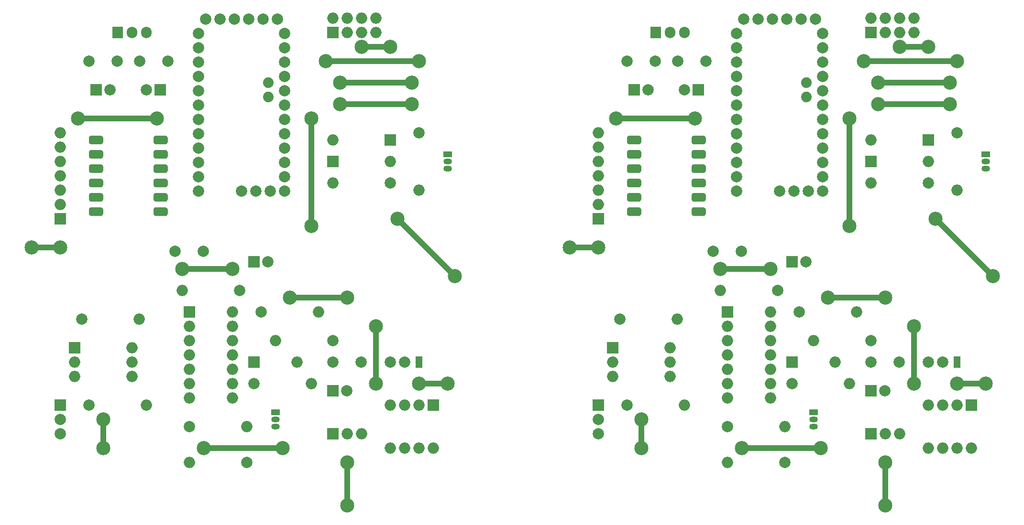
<source format=gbr>
%TF.GenerationSoftware,KiCad,Pcbnew,(5.1.6)-1*%
%TF.CreationDate,2020-08-25T11:29:02-06:00*%
%TF.ProjectId,Sensores,53656e73-6f72-4657-932e-6b696361645f,rev?*%
%TF.SameCoordinates,Original*%
%TF.FileFunction,Copper,L1,Top*%
%TF.FilePolarity,Positive*%
%FSLAX46Y46*%
G04 Gerber Fmt 4.6, Leading zero omitted, Abs format (unit mm)*
G04 Created by KiCad (PCBNEW (5.1.6)-1) date 2020-08-25 11:29:02*
%MOMM*%
%LPD*%
G01*
G04 APERTURE LIST*
%TA.AperFunction,ComponentPad*%
%ADD10O,1.905000X2.000000*%
%TD*%
%TA.AperFunction,ComponentPad*%
%ADD11R,1.905000X2.000000*%
%TD*%
%TA.AperFunction,ComponentPad*%
%ADD12R,2.000000X2.000000*%
%TD*%
%TA.AperFunction,ComponentPad*%
%ADD13C,2.000000*%
%TD*%
%TA.AperFunction,ComponentPad*%
%ADD14O,2.000000X2.000000*%
%TD*%
%TA.AperFunction,ComponentPad*%
%ADD15R,1.218000X2.000000*%
%TD*%
%TA.AperFunction,ComponentPad*%
%ADD16C,1.879600*%
%TD*%
%TA.AperFunction,ComponentPad*%
%ADD17R,1.500000X1.050000*%
%TD*%
%TA.AperFunction,ComponentPad*%
%ADD18O,1.500000X1.050000*%
%TD*%
%TA.AperFunction,ViaPad*%
%ADD19C,2.500000*%
%TD*%
%TA.AperFunction,Conductor*%
%ADD20C,1.000000*%
%TD*%
G04 APERTURE END LIST*
D10*
%TO.P,U4,3*%
%TO.N,N/C*%
X110490000Y-45720000D03*
%TO.P,U4,2*%
X107950000Y-45720000D03*
D11*
%TO.P,U4,1*%
X105410000Y-45720000D03*
%TD*%
D12*
%TO.P,RV3,1*%
%TO.N,N/C*%
X95250000Y-111760000D03*
D13*
%TO.P,RV3,2*%
X95250000Y-114300000D03*
%TO.P,RV3,3*%
X95250000Y-116840000D03*
%TD*%
D12*
%TO.P,U3,6*%
%TO.N,N/C*%
X97790000Y-101600000D03*
D14*
%TO.P,U3,3*%
X107950000Y-106680000D03*
%TO.P,U3,5*%
X97790000Y-104140000D03*
%TO.P,U3,2*%
X107950000Y-104140000D03*
%TO.P,U3,4*%
X97790000Y-106680000D03*
%TO.P,U3,1*%
X107950000Y-101600000D03*
%TD*%
D12*
%TO.P,U2,1*%
%TO.N,N/C*%
X161290000Y-111760000D03*
D14*
%TO.P,U2,5*%
X153670000Y-119380000D03*
%TO.P,U2,2*%
X158750000Y-111760000D03*
%TO.P,U2,6*%
X156210000Y-119380000D03*
%TO.P,U2,3*%
X156210000Y-111760000D03*
%TO.P,U2,7*%
X158750000Y-119380000D03*
%TO.P,U2,4*%
X153670000Y-111760000D03*
%TO.P,U2,8*%
X161290000Y-119380000D03*
%TD*%
%TO.P,U1,14*%
%TO.N,N/C*%
X125730000Y-95250000D03*
%TO.P,U1,7*%
X118110000Y-110490000D03*
%TO.P,U1,13*%
X125730000Y-97790000D03*
%TO.P,U1,6*%
X118110000Y-107950000D03*
%TO.P,U1,12*%
X125730000Y-100330000D03*
%TO.P,U1,5*%
X118110000Y-105410000D03*
%TO.P,U1,11*%
X125730000Y-102870000D03*
%TO.P,U1,4*%
X118110000Y-102870000D03*
%TO.P,U1,10*%
X125730000Y-105410000D03*
%TO.P,U1,3*%
X118110000Y-100330000D03*
%TO.P,U1,9*%
X125730000Y-107950000D03*
%TO.P,U1,2*%
X118110000Y-97790000D03*
%TO.P,U1,8*%
X125730000Y-110490000D03*
D12*
%TO.P,U1,1*%
X118110000Y-95250000D03*
%TD*%
D14*
%TO.P,R14,2*%
%TO.N,N/C*%
X140970000Y-95250000D03*
D13*
%TO.P,R14,1*%
X130810000Y-95250000D03*
%TD*%
%TO.P,R11,1*%
%TO.N,N/C*%
X128270000Y-121920000D03*
D14*
%TO.P,R11,2*%
X118110000Y-121920000D03*
%TD*%
%TO.P,LVL1,12*%
%TO.N,N/C*%
%TA.AperFunction,ComponentPad*%
G36*
G01*
X102862000Y-77089000D02*
X102862000Y-77851000D01*
G75*
G02*
X102481000Y-78232000I-381000J0D01*
G01*
X100719000Y-78232000D01*
G75*
G02*
X100338000Y-77851000I0J381000D01*
G01*
X100338000Y-77089000D01*
G75*
G02*
X100719000Y-76708000I381000J0D01*
G01*
X102481000Y-76708000D01*
G75*
G02*
X102862000Y-77089000I0J-381000D01*
G01*
G37*
%TD.AperFunction*%
%TO.P,LVL1,11*%
%TA.AperFunction,ComponentPad*%
G36*
G01*
X102862000Y-74549000D02*
X102862000Y-75311000D01*
G75*
G02*
X102481000Y-75692000I-381000J0D01*
G01*
X100719000Y-75692000D01*
G75*
G02*
X100338000Y-75311000I0J381000D01*
G01*
X100338000Y-74549000D01*
G75*
G02*
X100719000Y-74168000I381000J0D01*
G01*
X102481000Y-74168000D01*
G75*
G02*
X102862000Y-74549000I0J-381000D01*
G01*
G37*
%TD.AperFunction*%
%TO.P,LVL1,10*%
%TA.AperFunction,ComponentPad*%
G36*
G01*
X102862000Y-72009000D02*
X102862000Y-72771000D01*
G75*
G02*
X102481000Y-73152000I-381000J0D01*
G01*
X100719000Y-73152000D01*
G75*
G02*
X100338000Y-72771000I0J381000D01*
G01*
X100338000Y-72009000D01*
G75*
G02*
X100719000Y-71628000I381000J0D01*
G01*
X102481000Y-71628000D01*
G75*
G02*
X102862000Y-72009000I0J-381000D01*
G01*
G37*
%TD.AperFunction*%
%TO.P,LVL1,9*%
%TA.AperFunction,ComponentPad*%
G36*
G01*
X102862000Y-69469000D02*
X102862000Y-70231000D01*
G75*
G02*
X102481000Y-70612000I-381000J0D01*
G01*
X100719000Y-70612000D01*
G75*
G02*
X100338000Y-70231000I0J381000D01*
G01*
X100338000Y-69469000D01*
G75*
G02*
X100719000Y-69088000I381000J0D01*
G01*
X102481000Y-69088000D01*
G75*
G02*
X102862000Y-69469000I0J-381000D01*
G01*
G37*
%TD.AperFunction*%
%TO.P,LVL1,8*%
%TA.AperFunction,ComponentPad*%
G36*
G01*
X102862000Y-66929000D02*
X102862000Y-67691000D01*
G75*
G02*
X102481000Y-68072000I-381000J0D01*
G01*
X100719000Y-68072000D01*
G75*
G02*
X100338000Y-67691000I0J381000D01*
G01*
X100338000Y-66929000D01*
G75*
G02*
X100719000Y-66548000I381000J0D01*
G01*
X102481000Y-66548000D01*
G75*
G02*
X102862000Y-66929000I0J-381000D01*
G01*
G37*
%TD.AperFunction*%
%TO.P,LVL1,7*%
%TA.AperFunction,ComponentPad*%
G36*
G01*
X102862000Y-64389000D02*
X102862000Y-65151000D01*
G75*
G02*
X102481000Y-65532000I-381000J0D01*
G01*
X100719000Y-65532000D01*
G75*
G02*
X100338000Y-65151000I0J381000D01*
G01*
X100338000Y-64389000D01*
G75*
G02*
X100719000Y-64008000I381000J0D01*
G01*
X102481000Y-64008000D01*
G75*
G02*
X102862000Y-64389000I0J-381000D01*
G01*
G37*
%TD.AperFunction*%
%TO.P,LVL1,6*%
%TA.AperFunction,ComponentPad*%
G36*
G01*
X114292000Y-64389000D02*
X114292000Y-65151000D01*
G75*
G02*
X113911000Y-65532000I-381000J0D01*
G01*
X112149000Y-65532000D01*
G75*
G02*
X111768000Y-65151000I0J381000D01*
G01*
X111768000Y-64389000D01*
G75*
G02*
X112149000Y-64008000I381000J0D01*
G01*
X113911000Y-64008000D01*
G75*
G02*
X114292000Y-64389000I0J-381000D01*
G01*
G37*
%TD.AperFunction*%
%TO.P,LVL1,5*%
%TA.AperFunction,ComponentPad*%
G36*
G01*
X114292000Y-66929000D02*
X114292000Y-67691000D01*
G75*
G02*
X113911000Y-68072000I-381000J0D01*
G01*
X112149000Y-68072000D01*
G75*
G02*
X111768000Y-67691000I0J381000D01*
G01*
X111768000Y-66929000D01*
G75*
G02*
X112149000Y-66548000I381000J0D01*
G01*
X113911000Y-66548000D01*
G75*
G02*
X114292000Y-66929000I0J-381000D01*
G01*
G37*
%TD.AperFunction*%
%TO.P,LVL1,4*%
%TA.AperFunction,ComponentPad*%
G36*
G01*
X114292000Y-69469000D02*
X114292000Y-70231000D01*
G75*
G02*
X113911000Y-70612000I-381000J0D01*
G01*
X112149000Y-70612000D01*
G75*
G02*
X111768000Y-70231000I0J381000D01*
G01*
X111768000Y-69469000D01*
G75*
G02*
X112149000Y-69088000I381000J0D01*
G01*
X113911000Y-69088000D01*
G75*
G02*
X114292000Y-69469000I0J-381000D01*
G01*
G37*
%TD.AperFunction*%
%TO.P,LVL1,3*%
%TA.AperFunction,ComponentPad*%
G36*
G01*
X114292000Y-72009000D02*
X114292000Y-72771000D01*
G75*
G02*
X113911000Y-73152000I-381000J0D01*
G01*
X112149000Y-73152000D01*
G75*
G02*
X111768000Y-72771000I0J381000D01*
G01*
X111768000Y-72009000D01*
G75*
G02*
X112149000Y-71628000I381000J0D01*
G01*
X113911000Y-71628000D01*
G75*
G02*
X114292000Y-72009000I0J-381000D01*
G01*
G37*
%TD.AperFunction*%
%TO.P,LVL1,2*%
%TA.AperFunction,ComponentPad*%
G36*
G01*
X114292000Y-74549000D02*
X114292000Y-75311000D01*
G75*
G02*
X113911000Y-75692000I-381000J0D01*
G01*
X112149000Y-75692000D01*
G75*
G02*
X111768000Y-75311000I0J381000D01*
G01*
X111768000Y-74549000D01*
G75*
G02*
X112149000Y-74168000I381000J0D01*
G01*
X113911000Y-74168000D01*
G75*
G02*
X114292000Y-74549000I0J-381000D01*
G01*
G37*
%TD.AperFunction*%
%TO.P,LVL1,1*%
%TA.AperFunction,ComponentPad*%
G36*
G01*
X114292000Y-77089000D02*
X114292000Y-77851000D01*
G75*
G02*
X113911000Y-78232000I-381000J0D01*
G01*
X112149000Y-78232000D01*
G75*
G02*
X111768000Y-77851000I0J381000D01*
G01*
X111768000Y-77089000D01*
G75*
G02*
X112149000Y-76708000I381000J0D01*
G01*
X113911000Y-76708000D01*
G75*
G02*
X114292000Y-77089000I0J-381000D01*
G01*
G37*
%TD.AperFunction*%
%TD*%
D13*
%TO.P,RV4,3*%
%TO.N,N/C*%
X153670000Y-104140000D03*
%TO.P,RV4,2*%
X156210000Y-104140000D03*
D15*
%TO.P,RV4,1*%
X158750000Y-104140000D03*
%TD*%
D14*
%TO.P,J1,MP*%
%TO.N,N/C*%
X95250000Y-63500000D03*
%TO.P,J1,6*%
X95250000Y-66040000D03*
%TO.P,J1,5*%
X95250000Y-68580000D03*
%TO.P,J1,4*%
X95250000Y-71120000D03*
%TO.P,J1,3*%
X95250000Y-73660000D03*
%TO.P,J1,2*%
X95250000Y-76200000D03*
D12*
%TO.P,J1,1*%
X95250000Y-78740000D03*
%TD*%
D13*
%TO.P,R13,1*%
%TO.N,N/C*%
X143510000Y-100330000D03*
D14*
%TO.P,R13,2*%
X133350000Y-100330000D03*
%TD*%
%TO.P,R10,2*%
%TO.N,N/C*%
X110490000Y-111760000D03*
D13*
%TO.P,R10,1*%
X100330000Y-111760000D03*
%TD*%
%TO.P,C4,2*%
%TO.N,N/C*%
X148510000Y-104140000D03*
%TO.P,C4,1*%
X143510000Y-104140000D03*
%TD*%
%TO.P,C3,1*%
%TO.N,N/C*%
X115570000Y-84455000D03*
%TO.P,C3,2*%
X120570000Y-84455000D03*
%TD*%
%TO.P,C2,2*%
%TO.N,N/C*%
X146010000Y-109220000D03*
D12*
%TO.P,C2,1*%
X143510000Y-109220000D03*
%TD*%
D14*
%TO.P,J2,3*%
%TO.N,N/C*%
X148590000Y-116840000D03*
%TO.P,J2,2*%
X146050000Y-116840000D03*
D12*
%TO.P,J2,1*%
X143510000Y-116840000D03*
%TD*%
D13*
%TO.P,R12,1*%
%TO.N,N/C*%
X127000000Y-91440000D03*
D14*
%TO.P,R12,2*%
X116840000Y-91440000D03*
%TD*%
D12*
%TO.P,C1,1*%
%TO.N,N/C*%
X129540000Y-86360000D03*
D13*
%TO.P,C1,2*%
X132040000Y-86360000D03*
%TD*%
%TO.P,B1,4*%
%TO.N,N/C*%
X127317500Y-73818750D03*
%TO.P,B1,A6*%
X129857500Y-73818750D03*
%TO.P,B1,A7*%
X132397500Y-73818750D03*
%TO.P,B1,GRN*%
X133667500Y-43338750D03*
%TO.P,B1,TXO*%
X131127500Y-43338750D03*
%TO.P,B1,RXI*%
X128587500Y-43338750D03*
%TO.P,B1,VCC*%
X126047500Y-43338750D03*
%TO.P,B1,GND*%
X123507500Y-43338750D03*
%TO.P,B1,BLK*%
X120967500Y-43338750D03*
D16*
%TO.P,B1,A4*%
X132080000Y-57150000D03*
%TO.P,B1,A5*%
X132080000Y-54610000D03*
D13*
%TO.P,B1,24*%
X134937500Y-45878750D03*
%TO.P,B1,23*%
X134937500Y-48418750D03*
%TO.P,B1,22*%
X134937500Y-50958750D03*
%TO.P,B1,21*%
X134937500Y-53498750D03*
%TO.P,B1,20*%
X134937500Y-56038750D03*
%TO.P,B1,19*%
X134937500Y-58578750D03*
%TO.P,B1,18*%
X134937500Y-61118750D03*
%TO.P,B1,17*%
X134937500Y-63658750D03*
%TO.P,B1,16*%
X134937500Y-66198750D03*
%TO.P,B1,15*%
X134937500Y-68738750D03*
%TO.P,B1,14*%
X134937500Y-71278750D03*
%TO.P,B1,13*%
X134937500Y-73818750D03*
%TO.P,B1,12*%
X119697500Y-73818750D03*
%TO.P,B1,11*%
X119697500Y-71278750D03*
%TO.P,B1,10*%
X119697500Y-68738750D03*
%TO.P,B1,9*%
X119697500Y-66198750D03*
%TO.P,B1,8*%
X119697500Y-63658750D03*
%TO.P,B1,7*%
X119697500Y-61118750D03*
%TO.P,B1,6*%
X119697500Y-58578750D03*
%TO.P,B1,5*%
X119697500Y-56038750D03*
%TO.P,B1,4*%
X119697500Y-53498750D03*
%TO.P,B1,3*%
X119697500Y-50958750D03*
%TO.P,B1,2*%
X119697500Y-48418750D03*
%TO.P,B1,1*%
X119697500Y-45878750D03*
%TD*%
D14*
%TO.P,J3,8*%
%TO.N,N/C*%
X151130000Y-43180000D03*
%TO.P,J3,7*%
X151130000Y-45720000D03*
%TO.P,J3,6*%
X148590000Y-43180000D03*
%TO.P,J3,5*%
X148590000Y-45720000D03*
%TO.P,J3,4*%
X146050000Y-43180000D03*
%TO.P,J3,3*%
X146050000Y-45720000D03*
%TO.P,J3,2*%
X143510000Y-43180000D03*
D12*
%TO.P,J3,1*%
X143510000Y-45720000D03*
%TD*%
D13*
%TO.P,C5,1*%
%TO.N,N/C*%
X100330000Y-50800000D03*
%TO.P,C5,2*%
X105330000Y-50800000D03*
%TD*%
D14*
%TO.P,R2,2*%
%TO.N,N/C*%
X139700000Y-107950000D03*
D13*
%TO.P,R2,1*%
X129540000Y-107950000D03*
%TD*%
D14*
%TO.P,R1,2*%
%TO.N,N/C*%
X128270000Y-115570000D03*
D13*
%TO.P,R1,1*%
X118110000Y-115570000D03*
%TD*%
D17*
%TO.P,Q2,1*%
%TO.N,N/C*%
X163830000Y-67310000D03*
D18*
%TO.P,Q2,3*%
X163830000Y-69850000D03*
%TO.P,Q2,2*%
X163830000Y-68580000D03*
%TD*%
D13*
%TO.P,C8,2*%
%TO.N,N/C*%
X109300000Y-50800000D03*
%TO.P,C8,1*%
X114300000Y-50800000D03*
%TD*%
D17*
%TO.P,Q1,1*%
%TO.N,N/C*%
X133350000Y-113030000D03*
D18*
%TO.P,Q1,3*%
X133350000Y-115570000D03*
%TO.P,Q1,2*%
X133350000Y-114300000D03*
%TD*%
D12*
%TO.P,D4,1*%
%TO.N,N/C*%
X153670000Y-64770000D03*
D14*
%TO.P,D4,2*%
X143510000Y-64770000D03*
%TD*%
D13*
%TO.P,R9,1*%
%TO.N,N/C*%
X99060000Y-96520000D03*
D14*
%TO.P,R9,2*%
X109220000Y-96520000D03*
%TD*%
%TO.P,R4,2*%
%TO.N,N/C*%
X158750000Y-73660000D03*
D13*
%TO.P,R4,1*%
X158750000Y-63500000D03*
%TD*%
D14*
%TO.P,D1,2*%
%TO.N,N/C*%
X137160000Y-104140000D03*
D12*
%TO.P,D1,1*%
X129540000Y-104140000D03*
%TD*%
%TO.P,C6,1*%
%TO.N,N/C*%
X101600000Y-55880000D03*
D13*
%TO.P,C6,2*%
X104100000Y-55880000D03*
%TD*%
D14*
%TO.P,D2,2*%
%TO.N,N/C*%
X153670000Y-68580000D03*
D12*
%TO.P,D2,1*%
X143510000Y-68580000D03*
%TD*%
D13*
%TO.P,C7,2*%
%TO.N,N/C*%
X110490000Y-55880000D03*
D12*
%TO.P,C7,1*%
X112990000Y-55880000D03*
%TD*%
D14*
%TO.P,R3,2*%
%TO.N,N/C*%
X143510000Y-72390000D03*
D13*
%TO.P,R3,1*%
X153670000Y-72390000D03*
%TD*%
D14*
%TO.P,R12,2*%
%TO.N,Net-(R12-Pad2)*%
X212090000Y-91440000D03*
D13*
%TO.P,R12,1*%
%TO.N,Net-(R12-Pad1)*%
X222250000Y-91440000D03*
%TD*%
D12*
%TO.P,J2,1*%
%TO.N,+12V*%
X238760000Y-116840000D03*
D14*
%TO.P,J2,2*%
%TO.N,GND*%
X241300000Y-116840000D03*
%TO.P,J2,3*%
%TO.N,-12V*%
X243840000Y-116840000D03*
%TD*%
D13*
%TO.P,B1,1*%
%TO.N,/1(Tx)*%
X214947500Y-45878750D03*
%TO.P,B1,2*%
%TO.N,/0(Rx)*%
X214947500Y-48418750D03*
%TO.P,B1,3*%
%TO.N,/Reset(1)*%
X214947500Y-50958750D03*
%TO.P,B1,4*%
%TO.N,GND*%
X214947500Y-53498750D03*
%TO.P,B1,5*%
%TO.N,/2*%
X214947500Y-56038750D03*
%TO.P,B1,6*%
%TO.N,/3(\u002A\u002A)*%
X214947500Y-58578750D03*
%TO.P,B1,7*%
%TO.N,/4(SoftI2C_SCL)*%
X214947500Y-61118750D03*
%TO.P,B1,8*%
%TO.N,/5(SoftI2C_SDA)*%
X214947500Y-63658750D03*
%TO.P,B1,9*%
%TO.N,/6(\u002A\u002A)*%
X214947500Y-66198750D03*
%TO.P,B1,10*%
%TO.N,/7*%
X214947500Y-68738750D03*
%TO.P,B1,11*%
%TO.N,/8*%
X214947500Y-71278750D03*
%TO.P,B1,12*%
%TO.N,/9(\u002A\u002A)*%
X214947500Y-73818750D03*
%TO.P,B1,13*%
%TO.N,/11(\u002A\u002A)*%
X230187500Y-73818750D03*
%TO.P,B1,14*%
%TO.N,/10(\u002A\u002A)*%
X230187500Y-71278750D03*
%TO.P,B1,15*%
%TO.N,/13(SCK)*%
X230187500Y-68738750D03*
%TO.P,B1,16*%
%TO.N,/AREF*%
X230187500Y-66198750D03*
%TO.P,B1,17*%
%TO.N,/A0:ADP1101*%
X230187500Y-63658750D03*
%TO.P,B1,18*%
%TO.N,/A1:MPX10DP*%
X230187500Y-61118750D03*
%TO.P,B1,19*%
%TO.N,/A2*%
X230187500Y-58578750D03*
%TO.P,B1,20*%
%TO.N,/A3*%
X230187500Y-56038750D03*
%TO.P,B1,21*%
%TO.N,+3V3*%
X230187500Y-53498750D03*
%TO.P,B1,22*%
%TO.N,/Reset(2)*%
X230187500Y-50958750D03*
%TO.P,B1,23*%
%TO.N,GND*%
X230187500Y-48418750D03*
%TO.P,B1,24*%
%TO.N,+12V*%
X230187500Y-45878750D03*
D16*
%TO.P,B1,A5*%
%TO.N,/I2C:SCL*%
X227330000Y-54610000D03*
%TO.P,B1,A4*%
%TO.N,/I2C:SDA*%
X227330000Y-57150000D03*
D13*
%TO.P,B1,BLK*%
%TO.N,N/C*%
X216217500Y-43338750D03*
%TO.P,B1,GND*%
X218757500Y-43338750D03*
%TO.P,B1,VCC*%
X221297500Y-43338750D03*
%TO.P,B1,RXI*%
X223837500Y-43338750D03*
%TO.P,B1,TXO*%
X226377500Y-43338750D03*
%TO.P,B1,GRN*%
X228917500Y-43338750D03*
%TO.P,B1,A7*%
%TO.N,/A7*%
X227647500Y-73818750D03*
%TO.P,B1,A6*%
%TO.N,/A6*%
X225107500Y-73818750D03*
%TO.P,B1,4*%
%TO.N,GND*%
X222567500Y-73818750D03*
%TD*%
%TO.P,C1,2*%
%TO.N,GND*%
X227290000Y-86360000D03*
D12*
%TO.P,C1,1*%
%TO.N,+12V*%
X224790000Y-86360000D03*
%TD*%
%TO.P,C2,1*%
%TO.N,GND*%
X238760000Y-109220000D03*
D13*
%TO.P,C2,2*%
%TO.N,-12V*%
X241260000Y-109220000D03*
%TD*%
%TO.P,C3,2*%
%TO.N,GND*%
X215820000Y-84455000D03*
%TO.P,C3,1*%
%TO.N,+12V*%
X210820000Y-84455000D03*
%TD*%
%TO.P,C4,1*%
%TO.N,GND*%
X238760000Y-104140000D03*
%TO.P,C4,2*%
%TO.N,-12V*%
X243760000Y-104140000D03*
%TD*%
%TO.P,C5,2*%
%TO.N,GND*%
X200580000Y-50800000D03*
%TO.P,C5,1*%
%TO.N,+12V*%
X195580000Y-50800000D03*
%TD*%
%TO.P,C6,2*%
%TO.N,GND*%
X199350000Y-55880000D03*
D12*
%TO.P,C6,1*%
%TO.N,+12V*%
X196850000Y-55880000D03*
%TD*%
%TO.P,C7,1*%
%TO.N,+5V*%
X208240000Y-55880000D03*
D13*
%TO.P,C7,2*%
%TO.N,GND*%
X205740000Y-55880000D03*
%TD*%
%TO.P,C8,1*%
%TO.N,+5V*%
X209550000Y-50800000D03*
%TO.P,C8,2*%
%TO.N,GND*%
X204550000Y-50800000D03*
%TD*%
D12*
%TO.P,D1,1*%
%TO.N,Net-(D1-Pad1)*%
X224790000Y-104140000D03*
D14*
%TO.P,D1,2*%
%TO.N,GND*%
X232410000Y-104140000D03*
%TD*%
D12*
%TO.P,D2,1*%
%TO.N,/A0:ADP1101*%
X238760000Y-68580000D03*
D14*
%TO.P,D2,2*%
%TO.N,+3V3*%
X248920000Y-68580000D03*
%TD*%
%TO.P,D4,2*%
%TO.N,/A0:ADP1101*%
X238760000Y-64770000D03*
D12*
%TO.P,D4,1*%
%TO.N,GND*%
X248920000Y-64770000D03*
%TD*%
%TO.P,J3,1*%
%TO.N,+12V*%
X238760000Y-45720000D03*
D14*
%TO.P,J3,2*%
%TO.N,+3V3*%
X238760000Y-43180000D03*
%TO.P,J3,3*%
%TO.N,-12V*%
X241300000Y-45720000D03*
%TO.P,J3,4*%
%TO.N,GND*%
X241300000Y-43180000D03*
%TO.P,J3,5*%
%TO.N,/I2C:SCL*%
X243840000Y-45720000D03*
%TO.P,J3,6*%
X243840000Y-43180000D03*
%TO.P,J3,7*%
%TO.N,/I2C:SDA*%
X246380000Y-45720000D03*
%TO.P,J3,8*%
X246380000Y-43180000D03*
%TD*%
D18*
%TO.P,Q1,2*%
%TO.N,Net-(Q1-Pad2)*%
X228600000Y-114300000D03*
%TO.P,Q1,3*%
%TO.N,Net-(Q1-Pad3)*%
X228600000Y-115570000D03*
D17*
%TO.P,Q1,1*%
%TO.N,Net-(Q1-Pad1)*%
X228600000Y-113030000D03*
%TD*%
D18*
%TO.P,Q2,2*%
%TO.N,Net-(Q2-Pad2)*%
X259080000Y-68580000D03*
%TO.P,Q2,3*%
%TO.N,/GND_SFM3300*%
X259080000Y-69850000D03*
D17*
%TO.P,Q2,1*%
%TO.N,GND*%
X259080000Y-67310000D03*
%TD*%
D13*
%TO.P,R1,1*%
%TO.N,+12V*%
X213360000Y-115570000D03*
D14*
%TO.P,R1,2*%
%TO.N,Net-(D1-Pad1)*%
X223520000Y-115570000D03*
%TD*%
D13*
%TO.P,R2,1*%
%TO.N,Net-(Q1-Pad1)*%
X224790000Y-107950000D03*
D14*
%TO.P,R2,2*%
%TO.N,GND*%
X234950000Y-107950000D03*
%TD*%
D13*
%TO.P,R3,1*%
%TO.N,Net-(Q2-Pad2)*%
X248920000Y-72390000D03*
D14*
%TO.P,R3,2*%
%TO.N,/11(\u002A\u002A)*%
X238760000Y-72390000D03*
%TD*%
D13*
%TO.P,R4,1*%
%TO.N,GND*%
X254000000Y-63500000D03*
D14*
%TO.P,R4,2*%
%TO.N,Net-(Q2-Pad2)*%
X254000000Y-73660000D03*
%TD*%
%TO.P,R9,2*%
%TO.N,Net-(R9-Pad2)*%
X204470000Y-96520000D03*
D13*
%TO.P,R9,1*%
%TO.N,Net-(R12-Pad2)*%
X194310000Y-96520000D03*
%TD*%
%TO.P,R10,1*%
%TO.N,Net-(R10-Pad1)*%
X195580000Y-111760000D03*
D14*
%TO.P,R10,2*%
%TO.N,Net-(R10-Pad2)*%
X205740000Y-111760000D03*
%TD*%
%TO.P,R11,2*%
%TO.N,Net-(R10-Pad2)*%
X213360000Y-121920000D03*
D13*
%TO.P,R11,1*%
%TO.N,Net-(R11-Pad1)*%
X223520000Y-121920000D03*
%TD*%
D14*
%TO.P,R13,2*%
%TO.N,Net-(R11-Pad1)*%
X228600000Y-100330000D03*
D13*
%TO.P,R13,1*%
%TO.N,/Voff_ADP1101*%
X238760000Y-100330000D03*
%TD*%
%TO.P,R14,1*%
%TO.N,/A0:ADP1101*%
X226060000Y-95250000D03*
D14*
%TO.P,R14,2*%
%TO.N,Net-(R12-Pad1)*%
X236220000Y-95250000D03*
%TD*%
D13*
%TO.P,RV3,3*%
%TO.N,Net-(RV3-Pad3)*%
X190500000Y-116840000D03*
%TO.P,RV3,2*%
%TO.N,Net-(R10-Pad1)*%
X190500000Y-114300000D03*
D12*
%TO.P,RV3,1*%
%TO.N,Net-(R9-Pad2)*%
X190500000Y-111760000D03*
%TD*%
D15*
%TO.P,RV4,1*%
%TO.N,GND*%
X254000000Y-104140000D03*
D13*
%TO.P,RV4,2*%
%TO.N,Net-(RV4-Pad2)*%
X251460000Y-104140000D03*
%TO.P,RV4,3*%
%TO.N,-12V*%
X248920000Y-104140000D03*
%TD*%
D12*
%TO.P,U1,1*%
%TO.N,Net-(R12-Pad2)*%
X213360000Y-95250000D03*
D14*
%TO.P,U1,8*%
%TO.N,Net-(Q1-Pad2)*%
X220980000Y-110490000D03*
%TO.P,U1,2*%
%TO.N,Net-(R9-Pad2)*%
X213360000Y-97790000D03*
%TO.P,U1,9*%
%TO.N,Net-(Q1-Pad1)*%
X220980000Y-107950000D03*
%TO.P,U1,3*%
%TO.N,-OutputADP1101*%
X213360000Y-100330000D03*
%TO.P,U1,10*%
%TO.N,Net-(D1-Pad1)*%
X220980000Y-105410000D03*
%TO.P,U1,4*%
%TO.N,+12V*%
X213360000Y-102870000D03*
%TO.P,U1,11*%
%TO.N,-12V*%
X220980000Y-102870000D03*
%TO.P,U1,5*%
%TO.N,+OutputADP1101*%
X213360000Y-105410000D03*
%TO.P,U1,12*%
%TO.N,Net-(R11-Pad1)*%
X220980000Y-100330000D03*
%TO.P,U1,6*%
%TO.N,Net-(R10-Pad1)*%
X213360000Y-107950000D03*
%TO.P,U1,13*%
%TO.N,Net-(R12-Pad1)*%
X220980000Y-97790000D03*
%TO.P,U1,7*%
%TO.N,Net-(R10-Pad2)*%
X213360000Y-110490000D03*
%TO.P,U1,14*%
%TO.N,/A0:ADP1101*%
X220980000Y-95250000D03*
%TD*%
%TO.P,U2,8*%
%TO.N,+12V*%
X256540000Y-119380000D03*
%TO.P,U2,4*%
%TO.N,-12V*%
X248920000Y-111760000D03*
%TO.P,U2,7*%
%TO.N,N/C*%
X254000000Y-119380000D03*
%TO.P,U2,3*%
%TO.N,Net-(RV4-Pad2)*%
X251460000Y-111760000D03*
%TO.P,U2,6*%
%TO.N,N/C*%
X251460000Y-119380000D03*
%TO.P,U2,2*%
%TO.N,/Voff_ADP1101*%
X254000000Y-111760000D03*
%TO.P,U2,5*%
%TO.N,N/C*%
X248920000Y-119380000D03*
D12*
%TO.P,U2,1*%
%TO.N,/Voff_ADP1101*%
X256540000Y-111760000D03*
%TD*%
D14*
%TO.P,U3,1*%
%TO.N,-OutputADP1101*%
X203200000Y-101600000D03*
%TO.P,U3,4*%
%TO.N,Net-(U3-Pad4)*%
X193040000Y-106680000D03*
%TO.P,U3,2*%
%TO.N,+12V*%
X203200000Y-104140000D03*
%TO.P,U3,5*%
%TO.N,Net-(Q1-Pad3)*%
X193040000Y-104140000D03*
%TO.P,U3,3*%
%TO.N,+OutputADP1101*%
X203200000Y-106680000D03*
D12*
%TO.P,U3,6*%
%TO.N,-OutputADP1101*%
X193040000Y-101600000D03*
%TD*%
%TO.P,J1,1*%
%TO.N,/HEAT*%
X190500000Y-78740000D03*
D14*
%TO.P,J1,2*%
%TO.N,/I2C_SDA_SFM3300*%
X190500000Y-76200000D03*
%TO.P,J1,3*%
%TO.N,/GND_SFM3300*%
X190500000Y-73660000D03*
%TO.P,J1,4*%
%TO.N,/I2C_SCL_SFM3300*%
X190500000Y-71120000D03*
%TO.P,J1,5*%
%TO.N,+5V*%
X190500000Y-68580000D03*
%TO.P,J1,6*%
%TO.N,/HEAT_GND*%
X190500000Y-66040000D03*
%TO.P,J1,MP*%
%TO.N,Net-(J1-PadMP)*%
X190500000Y-63500000D03*
%TD*%
D11*
%TO.P,U4,1*%
%TO.N,+12V*%
X200660000Y-45720000D03*
D10*
%TO.P,U4,2*%
%TO.N,GND*%
X203200000Y-45720000D03*
%TO.P,U4,3*%
%TO.N,+5V*%
X205740000Y-45720000D03*
%TD*%
%TO.P,LVL1,1*%
%TO.N,/5(SoftI2C_SDA)*%
%TA.AperFunction,ComponentPad*%
G36*
G01*
X209542000Y-77089000D02*
X209542000Y-77851000D01*
G75*
G02*
X209161000Y-78232000I-381000J0D01*
G01*
X207399000Y-78232000D01*
G75*
G02*
X207018000Y-77851000I0J381000D01*
G01*
X207018000Y-77089000D01*
G75*
G02*
X207399000Y-76708000I381000J0D01*
G01*
X209161000Y-76708000D01*
G75*
G02*
X209542000Y-77089000I0J-381000D01*
G01*
G37*
%TD.AperFunction*%
%TO.P,LVL1,2*%
%TO.N,Net-(LVL1-Pad2)*%
%TA.AperFunction,ComponentPad*%
G36*
G01*
X209542000Y-74549000D02*
X209542000Y-75311000D01*
G75*
G02*
X209161000Y-75692000I-381000J0D01*
G01*
X207399000Y-75692000D01*
G75*
G02*
X207018000Y-75311000I0J381000D01*
G01*
X207018000Y-74549000D01*
G75*
G02*
X207399000Y-74168000I381000J0D01*
G01*
X209161000Y-74168000D01*
G75*
G02*
X209542000Y-74549000I0J-381000D01*
G01*
G37*
%TD.AperFunction*%
%TO.P,LVL1,3*%
%TO.N,+3V3*%
%TA.AperFunction,ComponentPad*%
G36*
G01*
X209542000Y-72009000D02*
X209542000Y-72771000D01*
G75*
G02*
X209161000Y-73152000I-381000J0D01*
G01*
X207399000Y-73152000D01*
G75*
G02*
X207018000Y-72771000I0J381000D01*
G01*
X207018000Y-72009000D01*
G75*
G02*
X207399000Y-71628000I381000J0D01*
G01*
X209161000Y-71628000D01*
G75*
G02*
X209542000Y-72009000I0J-381000D01*
G01*
G37*
%TD.AperFunction*%
%TO.P,LVL1,4*%
%TO.N,GND*%
%TA.AperFunction,ComponentPad*%
G36*
G01*
X209542000Y-69469000D02*
X209542000Y-70231000D01*
G75*
G02*
X209161000Y-70612000I-381000J0D01*
G01*
X207399000Y-70612000D01*
G75*
G02*
X207018000Y-70231000I0J381000D01*
G01*
X207018000Y-69469000D01*
G75*
G02*
X207399000Y-69088000I381000J0D01*
G01*
X209161000Y-69088000D01*
G75*
G02*
X209542000Y-69469000I0J-381000D01*
G01*
G37*
%TD.AperFunction*%
%TO.P,LVL1,5*%
%TO.N,Net-(LVL1-Pad5)*%
%TA.AperFunction,ComponentPad*%
G36*
G01*
X209542000Y-66929000D02*
X209542000Y-67691000D01*
G75*
G02*
X209161000Y-68072000I-381000J0D01*
G01*
X207399000Y-68072000D01*
G75*
G02*
X207018000Y-67691000I0J381000D01*
G01*
X207018000Y-66929000D01*
G75*
G02*
X207399000Y-66548000I381000J0D01*
G01*
X209161000Y-66548000D01*
G75*
G02*
X209542000Y-66929000I0J-381000D01*
G01*
G37*
%TD.AperFunction*%
%TO.P,LVL1,6*%
%TO.N,/4(SoftI2C_SCL)*%
%TA.AperFunction,ComponentPad*%
G36*
G01*
X209542000Y-64389000D02*
X209542000Y-65151000D01*
G75*
G02*
X209161000Y-65532000I-381000J0D01*
G01*
X207399000Y-65532000D01*
G75*
G02*
X207018000Y-65151000I0J381000D01*
G01*
X207018000Y-64389000D01*
G75*
G02*
X207399000Y-64008000I381000J0D01*
G01*
X209161000Y-64008000D01*
G75*
G02*
X209542000Y-64389000I0J-381000D01*
G01*
G37*
%TD.AperFunction*%
%TO.P,LVL1,7*%
%TO.N,/I2C_SCL_SFM3300*%
%TA.AperFunction,ComponentPad*%
G36*
G01*
X198112000Y-64389000D02*
X198112000Y-65151000D01*
G75*
G02*
X197731000Y-65532000I-381000J0D01*
G01*
X195969000Y-65532000D01*
G75*
G02*
X195588000Y-65151000I0J381000D01*
G01*
X195588000Y-64389000D01*
G75*
G02*
X195969000Y-64008000I381000J0D01*
G01*
X197731000Y-64008000D01*
G75*
G02*
X198112000Y-64389000I0J-381000D01*
G01*
G37*
%TD.AperFunction*%
%TO.P,LVL1,8*%
%TO.N,Net-(LVL1-Pad8)*%
%TA.AperFunction,ComponentPad*%
G36*
G01*
X198112000Y-66929000D02*
X198112000Y-67691000D01*
G75*
G02*
X197731000Y-68072000I-381000J0D01*
G01*
X195969000Y-68072000D01*
G75*
G02*
X195588000Y-67691000I0J381000D01*
G01*
X195588000Y-66929000D01*
G75*
G02*
X195969000Y-66548000I381000J0D01*
G01*
X197731000Y-66548000D01*
G75*
G02*
X198112000Y-66929000I0J-381000D01*
G01*
G37*
%TD.AperFunction*%
%TO.P,LVL1,9*%
%TO.N,GND*%
%TA.AperFunction,ComponentPad*%
G36*
G01*
X198112000Y-69469000D02*
X198112000Y-70231000D01*
G75*
G02*
X197731000Y-70612000I-381000J0D01*
G01*
X195969000Y-70612000D01*
G75*
G02*
X195588000Y-70231000I0J381000D01*
G01*
X195588000Y-69469000D01*
G75*
G02*
X195969000Y-69088000I381000J0D01*
G01*
X197731000Y-69088000D01*
G75*
G02*
X198112000Y-69469000I0J-381000D01*
G01*
G37*
%TD.AperFunction*%
%TO.P,LVL1,10*%
%TO.N,+5V*%
%TA.AperFunction,ComponentPad*%
G36*
G01*
X198112000Y-72009000D02*
X198112000Y-72771000D01*
G75*
G02*
X197731000Y-73152000I-381000J0D01*
G01*
X195969000Y-73152000D01*
G75*
G02*
X195588000Y-72771000I0J381000D01*
G01*
X195588000Y-72009000D01*
G75*
G02*
X195969000Y-71628000I381000J0D01*
G01*
X197731000Y-71628000D01*
G75*
G02*
X198112000Y-72009000I0J-381000D01*
G01*
G37*
%TD.AperFunction*%
%TO.P,LVL1,11*%
%TO.N,Net-(LVL1-Pad11)*%
%TA.AperFunction,ComponentPad*%
G36*
G01*
X198112000Y-74549000D02*
X198112000Y-75311000D01*
G75*
G02*
X197731000Y-75692000I-381000J0D01*
G01*
X195969000Y-75692000D01*
G75*
G02*
X195588000Y-75311000I0J381000D01*
G01*
X195588000Y-74549000D01*
G75*
G02*
X195969000Y-74168000I381000J0D01*
G01*
X197731000Y-74168000D01*
G75*
G02*
X198112000Y-74549000I0J-381000D01*
G01*
G37*
%TD.AperFunction*%
%TO.P,LVL1,12*%
%TO.N,/I2C_SDA_SFM3300*%
%TA.AperFunction,ComponentPad*%
G36*
G01*
X198112000Y-77089000D02*
X198112000Y-77851000D01*
G75*
G02*
X197731000Y-78232000I-381000J0D01*
G01*
X195969000Y-78232000D01*
G75*
G02*
X195588000Y-77851000I0J381000D01*
G01*
X195588000Y-77089000D01*
G75*
G02*
X195969000Y-76708000I381000J0D01*
G01*
X197731000Y-76708000D01*
G75*
G02*
X198112000Y-77089000I0J-381000D01*
G01*
G37*
%TD.AperFunction*%
%TD*%
D19*
%TO.N,*%
X158750000Y-107950000D03*
X163830000Y-107950000D03*
X135890000Y-92710000D03*
X157480000Y-58420000D03*
X144780000Y-58420000D03*
X146050000Y-92710000D03*
X139700000Y-60960000D03*
X139700000Y-80010000D03*
X146050000Y-129540000D03*
X142240000Y-50800000D03*
X120650000Y-119380000D03*
X146050000Y-121920000D03*
X158750000Y-50800000D03*
X90170000Y-83820000D03*
X95250000Y-83820000D03*
X134620000Y-119380000D03*
X153670000Y-48260000D03*
X148590000Y-48260000D03*
X151130000Y-107950000D03*
X157480000Y-54610000D03*
X151130000Y-97790000D03*
X144780000Y-54610000D03*
X98425000Y-60960000D03*
X112395000Y-60960000D03*
X165100000Y-88900000D03*
X154940000Y-78740000D03*
X102870000Y-114300000D03*
X102870000Y-119380000D03*
X125730000Y-87630000D03*
X116840000Y-87630000D03*
%TO.N,GND*%
X254000000Y-107950000D03*
X259080000Y-107950000D03*
%TO.N,/A0:ADP1101*%
X231140000Y-92710000D03*
X241300000Y-92710000D03*
X252730000Y-58420000D03*
X240030000Y-58420000D03*
%TO.N,+3V3*%
X234950000Y-80010000D03*
X234950000Y-60960000D03*
%TO.N,+12V*%
X241300000Y-129540000D03*
X241300000Y-121920000D03*
X237490000Y-50800000D03*
X254000000Y-50800000D03*
X215900000Y-119380000D03*
X229870000Y-119380000D03*
X185420000Y-83820000D03*
X190500000Y-83820000D03*
%TO.N,/I2C:SCL*%
X248920000Y-48260000D03*
X243840000Y-48260000D03*
%TO.N,-12V*%
X246380000Y-107950000D03*
X246380000Y-97790000D03*
X252730000Y-54610000D03*
X240030000Y-54610000D03*
%TO.N,+5V*%
X207645000Y-60960000D03*
X193675000Y-60960000D03*
%TO.N,/GND_SFM3300*%
X260350000Y-88900000D03*
X250190000Y-78740000D03*
%TO.N,Net-(R10-Pad1)*%
X198120000Y-114300000D03*
X198120000Y-119380000D03*
%TO.N,Net-(R11-Pad1)*%
X220980000Y-87630000D03*
X212090000Y-87630000D03*
%TD*%
D20*
%TO.N,*%
X158750000Y-107950000D02*
X163830000Y-107950000D01*
X157480000Y-58420000D02*
X144780000Y-58420000D01*
X135890000Y-92710000D02*
X146050000Y-92710000D01*
X139700000Y-80010000D02*
X139700000Y-60960000D01*
X120650000Y-119380000D02*
X134620000Y-119380000D01*
X142240000Y-50800000D02*
X158750000Y-50800000D01*
X146050000Y-121920000D02*
X146050000Y-129540000D01*
X90170000Y-83820000D02*
X95250000Y-83820000D01*
X148590000Y-48260000D02*
X153670000Y-48260000D01*
X151130000Y-107950000D02*
X151130000Y-97790000D01*
X157480000Y-54610000D02*
X144780000Y-54610000D01*
X112395000Y-60960000D02*
X98425000Y-60960000D01*
X165100000Y-88900000D02*
X154940000Y-78740000D01*
X102870000Y-114300000D02*
X102870000Y-119380000D01*
X125730000Y-87630000D02*
X116840000Y-87630000D01*
%TO.N,GND*%
X254000000Y-107950000D02*
X259080000Y-107950000D01*
%TO.N,/A0:ADP1101*%
X231140000Y-92710000D02*
X241300000Y-92710000D01*
X252730000Y-58420000D02*
X240030000Y-58420000D01*
%TO.N,+3V3*%
X234950000Y-80010000D02*
X234950000Y-60960000D01*
%TO.N,+12V*%
X241300000Y-121920000D02*
X241300000Y-129540000D01*
X237490000Y-50800000D02*
X254000000Y-50800000D01*
X215900000Y-119380000D02*
X229870000Y-119380000D01*
X185420000Y-83820000D02*
X190500000Y-83820000D01*
%TO.N,/I2C:SCL*%
X243840000Y-48260000D02*
X248920000Y-48260000D01*
%TO.N,-12V*%
X246380000Y-107950000D02*
X246380000Y-97790000D01*
X252730000Y-54610000D02*
X240030000Y-54610000D01*
%TO.N,+5V*%
X207645000Y-60960000D02*
X193675000Y-60960000D01*
%TO.N,/GND_SFM3300*%
X260350000Y-88900000D02*
X250190000Y-78740000D01*
%TO.N,Net-(R10-Pad1)*%
X198120000Y-114300000D02*
X198120000Y-119380000D01*
%TO.N,Net-(R11-Pad1)*%
X220980000Y-87630000D02*
X212090000Y-87630000D01*
%TD*%
M02*

</source>
